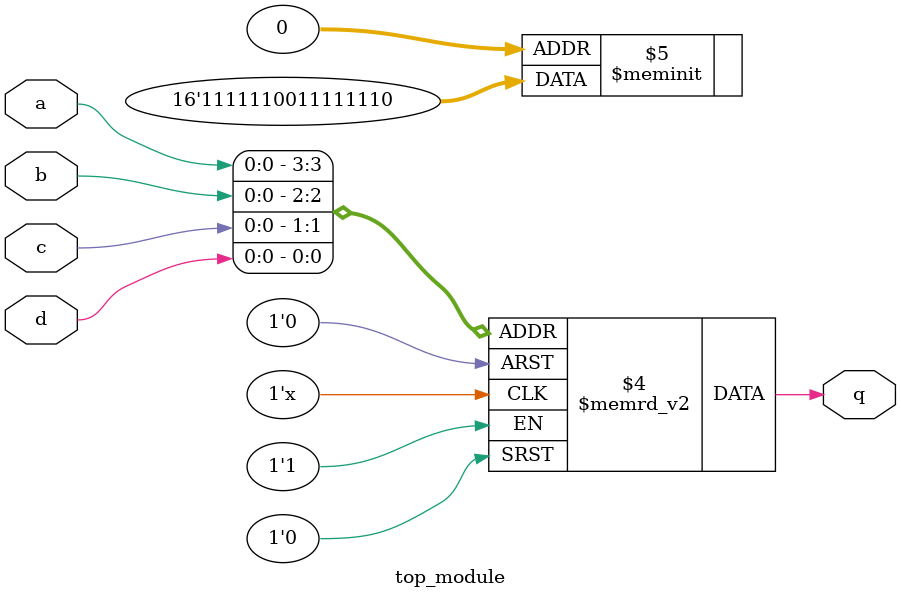
<source format=sv>
module top_module (
    input a,
    input b,
    input c,
    input d,
    output reg q
);

  always @* begin
    case ({a, b, c, d})
      4'b0000: q = 1'b0;
      4'b0001: q = 1'b1;
      4'b0010: q = 1'b1;
      4'b0011: q = 1'b1;
      4'b0100: q = 1'b1;
      4'b0101: q = 1'b1;
      4'b0110: q = 1'b1;
      4'b0111: q = 1'b1;
      4'b1000: q = 1'b0;
      4'b1001: q = 1'b0;
      4'b1010: q = 1'b1;
      4'b1011: q = 1'b1;
      4'b1100: q = 1'b1;
      4'b1101: q = 1'b1;
      4'b1110: q = 1'b1;
      4'b1111: q = 1'b1;
    endcase
  end

endmodule

</source>
